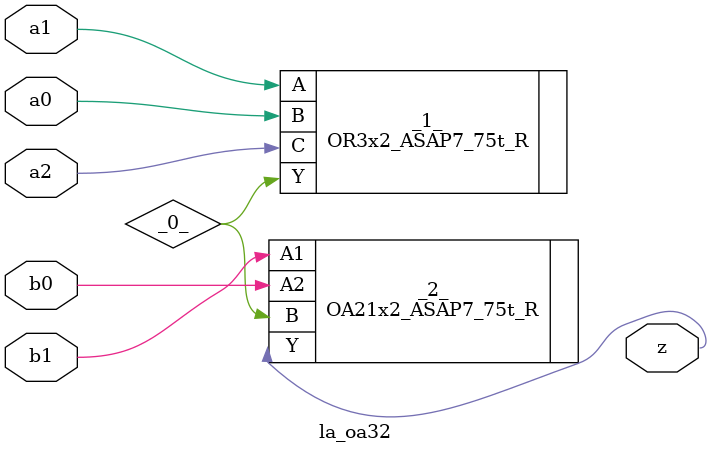
<source format=v>

/* Generated by Yosys 0.37 (git sha1 a5c7f69ed, clang 14.0.0-1ubuntu1.1 -fPIC -Os) */

module la_oa32(a0, a1, a2, b0, b1, z);
  wire _0_;
  input a0;
  wire a0;
  input a1;
  wire a1;
  input a2;
  wire a2;
  input b0;
  wire b0;
  input b1;
  wire b1;
  output z;
  wire z;
  OR3x2_ASAP7_75t_R _1_ (
    .A(a1),
    .B(a0),
    .C(a2),
    .Y(_0_)
  );
  OA21x2_ASAP7_75t_R _2_ (
    .A1(b1),
    .A2(b0),
    .B(_0_),
    .Y(z)
  );
endmodule

</source>
